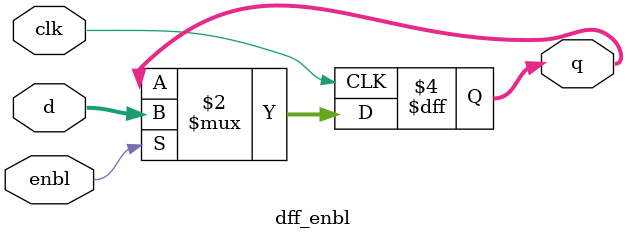
<source format=sv>
module dff_enbl 
#(
    parameter bits = 8
)
(
    input logic clk,
    input logic enbl,
    input logic [bits-1:0] d,
    output logic [bits-1:0] q
);

    always_ff @ (posedge clk) begin
        if(enbl) begin
            q <= d;
        end
    end

endmodule

</source>
